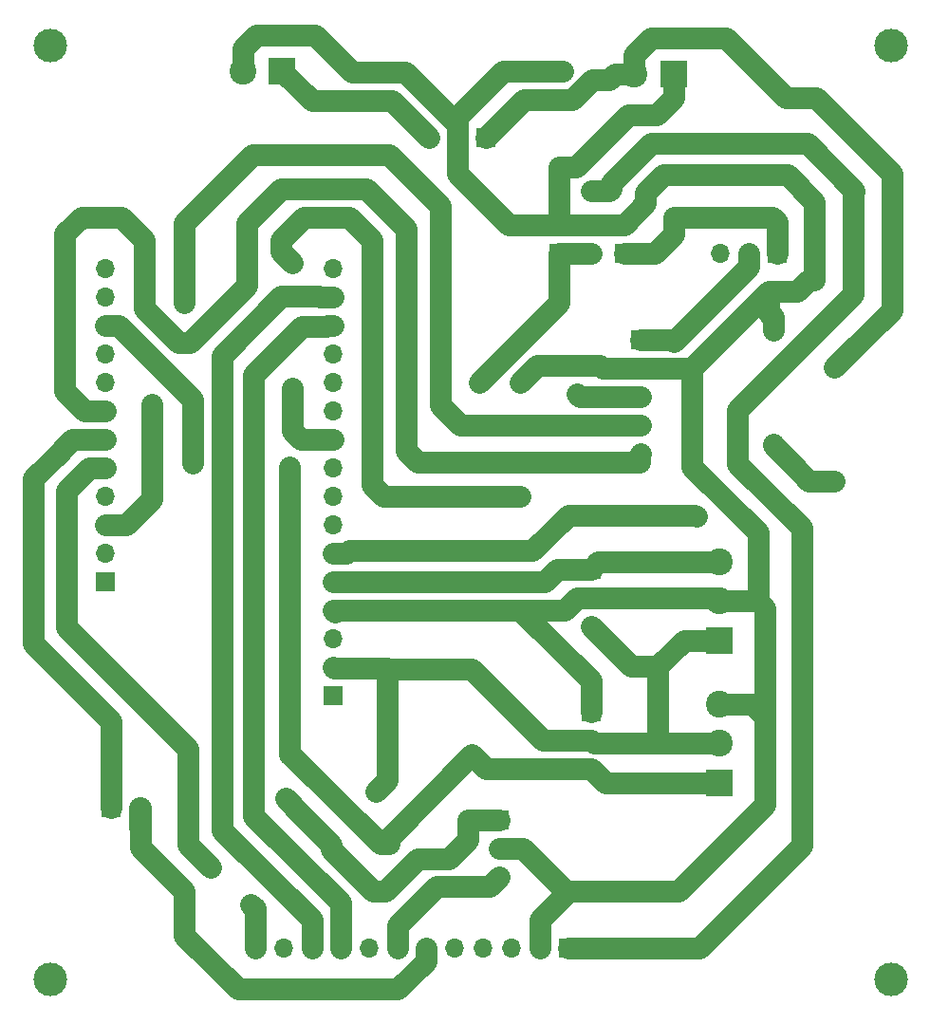
<source format=gbr>
G04 #@! TF.GenerationSoftware,KiCad,Pcbnew,5.0.2-bee76a0~70~ubuntu18.04.1*
G04 #@! TF.CreationDate,2019-07-28T23:18:03-04:00*
G04 #@! TF.ProjectId,knuth-gateway,6b6e7574-682d-4676-9174-657761792e6b,rev?*
G04 #@! TF.SameCoordinates,Original*
G04 #@! TF.FileFunction,Copper,L2,Bot*
G04 #@! TF.FilePolarity,Positive*
%FSLAX46Y46*%
G04 Gerber Fmt 4.6, Leading zero omitted, Abs format (unit mm)*
G04 Created by KiCad (PCBNEW 5.0.2-bee76a0~70~ubuntu18.04.1) date Sun 28 Jul 2019 11:18:03 PM EDT*
%MOMM*%
%LPD*%
G01*
G04 APERTURE LIST*
G04 #@! TA.AperFunction,ComponentPad*
%ADD10R,1.700000X1.700000*%
G04 #@! TD*
G04 #@! TA.AperFunction,ComponentPad*
%ADD11O,1.700000X1.700000*%
G04 #@! TD*
G04 #@! TA.AperFunction,ComponentPad*
%ADD12C,1.600000*%
G04 #@! TD*
G04 #@! TA.AperFunction,ComponentPad*
%ADD13O,1.600000X1.600000*%
G04 #@! TD*
G04 #@! TA.AperFunction,ComponentPad*
%ADD14C,2.400000*%
G04 #@! TD*
G04 #@! TA.AperFunction,ComponentPad*
%ADD15R,2.400000X2.400000*%
G04 #@! TD*
G04 #@! TA.AperFunction,ViaPad*
%ADD16C,3.000000*%
G04 #@! TD*
G04 #@! TA.AperFunction,ViaPad*
%ADD17C,1.778000*%
G04 #@! TD*
G04 #@! TA.AperFunction,Conductor*
%ADD18C,1.905000*%
G04 #@! TD*
G04 APERTURE END LIST*
D10*
G04 #@! TO.P,R_Delay1,1*
G04 #@! TO.N,GND*
X124460000Y-105156000D03*
D11*
G04 #@! TO.P,R_Delay1,2*
G04 #@! TO.N,Net-(R_Delay1-Pad2)*
X124460000Y-107696000D03*
G04 #@! TD*
D10*
G04 #@! TO.P,U4,1*
G04 #@! TO.N,SWITCHED_LOAD*
X130175000Y-102870000D03*
D11*
G04 #@! TO.P,U4,2*
G04 #@! TO.N,GND*
X130175000Y-105410000D03*
G04 #@! TO.P,U4,3*
G04 #@! TO.N,Net-(R_Delay1-Pad2)*
X130175000Y-107950000D03*
G04 #@! TO.P,U4,4*
G04 #@! TO.N,VBUS*
X130175000Y-110490000D03*
G04 #@! TO.P,U4,5*
G04 #@! TO.N,D10*
X130175000Y-113030000D03*
G04 #@! TD*
G04 #@! TO.P,1-Wire1,3*
G04 #@! TO.N,D5*
X125730000Y-141097000D03*
G04 #@! TO.P,1-Wire1,2*
G04 #@! TO.N,+3V3*
X125730000Y-138557000D03*
D10*
G04 #@! TO.P,1-Wire1,1*
G04 #@! TO.N,GND*
X125730000Y-136017000D03*
G04 #@! TD*
G04 #@! TO.P,EC-5,1*
G04 #@! TO.N,A0*
X125730000Y-123317000D03*
D11*
G04 #@! TO.P,EC-5,2*
G04 #@! TO.N,GND*
X125730000Y-125857000D03*
G04 #@! TO.P,EC-5,3*
G04 #@! TO.N,+3V3*
X125730000Y-128397000D03*
G04 #@! TD*
D10*
G04 #@! TO.P,J1,1*
G04 #@! TO.N,N/C*
X82423000Y-124460000D03*
D11*
G04 #@! TO.P,J1,2*
X82423000Y-121920000D03*
G04 #@! TO.P,J1,3*
G04 #@! TO.N,VBUS*
X82423000Y-119380000D03*
G04 #@! TO.P,J1,4*
G04 #@! TO.N,N/C*
X82423000Y-116840000D03*
G04 #@! TO.P,J1,5*
G04 #@! TO.N,D12*
X82423000Y-114300000D03*
G04 #@! TO.P,J1,6*
G04 #@! TO.N,D11*
X82423000Y-111760000D03*
G04 #@! TO.P,J1,7*
G04 #@! TO.N,D10*
X82423000Y-109220000D03*
G04 #@! TO.P,J1,8*
G04 #@! TO.N,N/C*
X82423000Y-106680000D03*
G04 #@! TO.P,J1,9*
X82423000Y-104140000D03*
G04 #@! TO.P,J1,10*
G04 #@! TO.N,D5*
X82423000Y-101600000D03*
G04 #@! TO.P,J1,11*
G04 #@! TO.N,N/C*
X82423000Y-99060000D03*
G04 #@! TO.P,J1,12*
X82423000Y-96520000D03*
G04 #@! TD*
D10*
G04 #@! TO.P,J2,1*
G04 #@! TO.N,N/C*
X102743000Y-134620000D03*
D11*
G04 #@! TO.P,J2,2*
G04 #@! TO.N,+3V3*
X102743000Y-132080000D03*
G04 #@! TO.P,J2,3*
G04 #@! TO.N,N/C*
X102743000Y-129540000D03*
G04 #@! TO.P,J2,4*
G04 #@! TO.N,GND*
X102743000Y-127000000D03*
G04 #@! TO.P,J2,5*
G04 #@! TO.N,A0*
X102743000Y-124460000D03*
G04 #@! TO.P,J2,6*
G04 #@! TO.N,A1*
X102743000Y-121920000D03*
G04 #@! TO.P,J2,7*
G04 #@! TO.N,N/C*
X102743000Y-119380000D03*
G04 #@! TO.P,J2,8*
X102743000Y-116840000D03*
G04 #@! TO.P,J2,9*
X102743000Y-114300000D03*
G04 #@! TO.P,J2,10*
G04 #@! TO.N,A5*
X102743000Y-111760000D03*
G04 #@! TO.P,J2,11*
G04 #@! TO.N,N/C*
X102743000Y-109220000D03*
G04 #@! TO.P,J2,12*
X102743000Y-106680000D03*
G04 #@! TO.P,J2,13*
X102743000Y-104140000D03*
G04 #@! TO.P,J2,14*
G04 #@! TO.N,FEATHER_RX*
X102743000Y-101600000D03*
G04 #@! TO.P,J2,15*
G04 #@! TO.N,FEATHER_TX*
X102743000Y-99060000D03*
G04 #@! TO.P,J2,16*
G04 #@! TO.N,N/C*
X102743000Y-96520000D03*
G04 #@! TD*
D12*
G04 #@! TO.P,RP1,1*
G04 #@! TO.N,D5*
X115125500Y-139890500D03*
D13*
G04 #@! TO.P,RP1,2*
G04 #@! TO.N,+3V3*
X115125500Y-132270500D03*
G04 #@! TD*
D11*
G04 #@! TO.P,J3,2*
G04 #@! TO.N,GND*
X122872500Y-92583000D03*
D10*
G04 #@! TO.P,J3,1*
G04 #@! TO.N,BATT*
X122872500Y-95123000D03*
G04 #@! TD*
G04 #@! TO.P,J4,1*
G04 #@! TO.N,LOAD*
X128714500Y-95123000D03*
D11*
G04 #@! TO.P,J4,2*
G04 #@! TO.N,GND*
X128714500Y-92583000D03*
G04 #@! TD*
G04 #@! TO.P,J5,3*
G04 #@! TO.N,N/C*
X137287000Y-95123000D03*
G04 #@! TO.P,J5,2*
G04 #@! TO.N,SWITCHED_LOAD*
X139827000Y-95123000D03*
D10*
G04 #@! TO.P,J5,1*
G04 #@! TO.N,LOAD*
X142367000Y-95123000D03*
G04 #@! TD*
G04 #@! TO.P,J6,1*
G04 #@! TO.N,D12*
X117538500Y-145732500D03*
D11*
G04 #@! TO.P,J6,2*
G04 #@! TO.N,GND*
X117538500Y-148272500D03*
G04 #@! TO.P,J6,3*
G04 #@! TO.N,KEY*
X117538500Y-150812500D03*
G04 #@! TD*
D10*
G04 #@! TO.P,J7,1*
G04 #@! TO.N,D11*
X82931000Y-144589500D03*
D11*
G04 #@! TO.P,J7,2*
G04 #@! TO.N,PS*
X85471000Y-144589500D03*
G04 #@! TD*
D14*
G04 #@! TO.P,J8,3*
G04 #@! TO.N,GND*
X137160000Y-135367000D03*
G04 #@! TO.P,J8,2*
G04 #@! TO.N,+3V3*
X137160000Y-138867000D03*
D15*
G04 #@! TO.P,J8,1*
G04 #@! TO.N,D5*
X137160000Y-142367000D03*
G04 #@! TD*
G04 #@! TO.P,J9,1*
G04 #@! TO.N,+3V3*
X137160000Y-129667000D03*
D14*
G04 #@! TO.P,J9,2*
G04 #@! TO.N,GND*
X137160000Y-126167000D03*
G04 #@! TO.P,J9,3*
G04 #@! TO.N,A0*
X137160000Y-122667000D03*
G04 #@! TD*
D10*
G04 #@! TO.P,U1,1*
G04 #@! TO.N,BATT*
X123698000Y-157099000D03*
D11*
G04 #@! TO.P,U1,2*
G04 #@! TO.N,GND*
X121158000Y-157099000D03*
G04 #@! TO.P,U1,3*
G04 #@! TO.N,N/C*
X118618000Y-157099000D03*
G04 #@! TO.P,U1,4*
X116078000Y-157099000D03*
G04 #@! TO.P,U1,5*
X113538000Y-157099000D03*
G04 #@! TO.P,U1,6*
G04 #@! TO.N,PS*
X110998000Y-157099000D03*
G04 #@! TO.P,U1,7*
G04 #@! TO.N,KEY*
X108458000Y-157099000D03*
G04 #@! TO.P,U1,8*
G04 #@! TO.N,N/C*
X105918000Y-157099000D03*
G04 #@! TO.P,U1,9*
G04 #@! TO.N,FEATHER_RX*
X103378000Y-157099000D03*
G04 #@! TO.P,U1,10*
G04 #@! TO.N,FEATHER_TX*
X100838000Y-157099000D03*
G04 #@! TO.P,U1,11*
G04 #@! TO.N,N/C*
X98298000Y-157099000D03*
G04 #@! TO.P,U1,12*
G04 #@! TO.N,+3V3*
X95758000Y-157099000D03*
G04 #@! TD*
D12*
G04 #@! TO.P,RD1,1*
G04 #@! TO.N,BATT*
X115760500Y-106680000D03*
D13*
G04 #@! TO.P,RD1,2*
G04 #@! TO.N,A5*
X115760500Y-116840000D03*
G04 #@! TD*
G04 #@! TO.P,RD2,2*
G04 #@! TO.N,GND*
X119443500Y-106680000D03*
D12*
G04 #@! TO.P,RD2,1*
G04 #@! TO.N,A5*
X119443500Y-116840000D03*
G04 #@! TD*
D10*
G04 #@! TO.P,J11,1*
G04 #@! TO.N,5V_OUT*
X104394000Y-81534000D03*
D11*
G04 #@! TO.P,J11,2*
G04 #@! TO.N,GND*
X104394000Y-78994000D03*
G04 #@! TD*
G04 #@! TO.P,J12,2*
G04 #@! TO.N,GND*
X123190000Y-78867000D03*
D10*
G04 #@! TO.P,J12,1*
G04 #@! TO.N,EXT_BAT*
X123190000Y-81407000D03*
G04 #@! TD*
D14*
G04 #@! TO.P,alligator1,2*
G04 #@! TO.N,EXT_BAT*
X129596000Y-79121000D03*
D15*
G04 #@! TO.P,alligator1,1*
G04 #@! TO.N,GND*
X133096000Y-79121000D03*
G04 #@! TD*
G04 #@! TO.P,dc_jack1,1*
G04 #@! TO.N,5V_OUT*
X98171000Y-78867000D03*
D14*
G04 #@! TO.P,dc_jack1,2*
G04 #@! TO.N,GND*
X94671000Y-78867000D03*
G04 #@! TD*
D10*
G04 #@! TO.P,vlx1,1*
G04 #@! TO.N,EXT_BAT*
X116332000Y-84836000D03*
D11*
G04 #@! TO.P,vlx1,2*
G04 #@! TO.N,GND*
X113792000Y-84836000D03*
G04 #@! TO.P,vlx1,3*
G04 #@! TO.N,5V_OUT*
X111252000Y-84836000D03*
G04 #@! TD*
D13*
G04 #@! TO.P,RE1,2*
G04 #@! TO.N,A1*
X147447000Y-115443000D03*
D12*
G04 #@! TO.P,RE1,1*
G04 #@! TO.N,EXT_BAT*
X147447000Y-105283000D03*
G04 #@! TD*
G04 #@! TO.P,RE2,1*
G04 #@! TO.N,A1*
X141986000Y-112141000D03*
D13*
G04 #@! TO.P,RE2,2*
G04 #@! TO.N,GND*
X141986000Y-101981000D03*
G04 #@! TD*
D16*
G04 #@! TO.N,*
X77470000Y-76602000D03*
X152527000Y-76602000D03*
X152527000Y-159914000D03*
X77470000Y-159914000D03*
D17*
G04 #@! TO.N,+3V3*
X95377000Y-153225500D03*
X106553000Y-143192500D03*
G04 #@! TO.N,D5*
X98869500Y-114236500D03*
X90233500Y-113855500D03*
G04 #@! TO.N,A5*
X99060000Y-107188000D03*
X99060000Y-96012000D03*
G04 #@! TO.N,VBUS*
X86550500Y-108585000D03*
X89408000Y-99568000D03*
G04 #@! TO.N,D12*
X91821000Y-149923500D03*
X98488500Y-143764000D03*
G04 #@! TO.N,BATT*
X125730000Y-95123000D03*
X125730000Y-89535000D03*
G04 #@! TO.N,A1*
X135128000Y-118618000D03*
X143764000Y-114046000D03*
G04 #@! TD*
D18*
G04 #@! TO.N,GND*
X102870000Y-127127000D02*
X102743000Y-127000000D01*
X130619500Y-89725500D02*
X132207000Y-88138000D01*
X132207000Y-88138000D02*
X143256000Y-88138000D01*
X144472010Y-89354010D02*
X144472010Y-89417510D01*
X143256000Y-88138000D02*
X144472010Y-89354010D01*
X144472010Y-89417510D02*
X145669000Y-90614500D01*
X137160000Y-135367000D02*
X140193000Y-135367000D01*
X140193000Y-135367000D02*
X141287500Y-136461500D01*
X121158000Y-154622500D02*
X121158000Y-157099000D01*
X123698000Y-152082500D02*
X121158000Y-154622500D01*
X123698000Y-152082500D02*
X123507500Y-152082500D01*
X119697500Y-148272500D02*
X117538500Y-148272500D01*
X123507500Y-152082500D02*
X119697500Y-148272500D01*
X136850000Y-125857000D02*
X137160000Y-126167000D01*
X125730000Y-125857000D02*
X136850000Y-125857000D01*
X124527919Y-125857000D02*
X123448419Y-126936500D01*
X125730000Y-125857000D02*
X124527919Y-125857000D01*
X123448419Y-126936500D02*
X123444000Y-126936500D01*
X123444000Y-126936500D02*
X123380500Y-127000000D01*
X119507000Y-127039000D02*
X119507000Y-127000000D01*
X125730000Y-133262000D02*
X119507000Y-127039000D01*
X125730000Y-136017000D02*
X125730000Y-133262000D01*
X123380500Y-127000000D02*
X119507000Y-127000000D01*
X119507000Y-127000000D02*
X102743000Y-127000000D01*
X141287500Y-126802000D02*
X140652500Y-126167000D01*
X141287500Y-136461500D02*
X141287500Y-126802000D01*
X140652500Y-126167000D02*
X137160000Y-126167000D01*
X133540500Y-152082500D02*
X131919002Y-152082500D01*
X131919002Y-152082500D02*
X123698000Y-152082500D01*
X141287500Y-136461500D02*
X141287500Y-144335500D01*
X141287500Y-144335500D02*
X133540500Y-152082500D01*
X130619500Y-90678000D02*
X128714500Y-92583000D01*
X130619500Y-89725500D02*
X130619500Y-90678000D01*
X128714500Y-92583000D02*
X127127000Y-92583000D01*
X124074581Y-92583000D02*
X127127000Y-92583000D01*
X122872500Y-92583000D02*
X124074581Y-92583000D01*
X130175000Y-105410000D02*
X126746000Y-105410000D01*
X126492000Y-105156000D02*
X124460000Y-105156000D01*
X126746000Y-105410000D02*
X126492000Y-105156000D01*
X120967500Y-105156000D02*
X119443500Y-106680000D01*
X124460000Y-105156000D02*
X120967500Y-105156000D01*
X121670419Y-92583000D02*
X122872500Y-92583000D01*
X118364000Y-92583000D02*
X121670419Y-92583000D01*
X113792000Y-84836000D02*
X113792000Y-88011000D01*
X113792000Y-88011000D02*
X118364000Y-92583000D01*
X113792000Y-84836000D02*
X113792000Y-83633919D01*
X145669000Y-90614500D02*
X145669000Y-97536000D01*
X140652500Y-126167000D02*
X140652500Y-120078500D01*
X134747000Y-114173000D02*
X134747000Y-105410000D01*
X140652500Y-120078500D02*
X134747000Y-114173000D01*
X134747000Y-105410000D02*
X130175000Y-105410000D01*
X145669000Y-97536000D02*
X145161000Y-97536000D01*
X145161000Y-97536000D02*
X144145000Y-98552000D01*
X141605000Y-98552000D02*
X134747000Y-105410000D01*
X144145000Y-98552000D02*
X141605000Y-98552000D01*
X141986000Y-100849630D02*
X141605000Y-100468630D01*
X141605000Y-100468630D02*
X141605000Y-98552000D01*
X141986000Y-101981000D02*
X141986000Y-100849630D01*
X123190000Y-78867000D02*
X117856000Y-78867000D01*
X113792000Y-82931000D02*
X113792000Y-83633919D01*
X117856000Y-78867000D02*
X113792000Y-82931000D01*
X109152081Y-78994000D02*
X104394000Y-78994000D01*
X113792000Y-83633919D02*
X109152081Y-78994000D01*
X101092000Y-75692000D02*
X104394000Y-78994000D01*
X95885000Y-75692000D02*
X101092000Y-75692000D01*
X94671000Y-78867000D02*
X94671000Y-76906000D01*
X94671000Y-76906000D02*
X95885000Y-75692000D01*
X122872500Y-87439500D02*
X122872500Y-92583000D01*
X124396500Y-87439500D02*
X122872500Y-87439500D01*
X129032000Y-82804000D02*
X124396500Y-87439500D01*
X133096000Y-79121000D02*
X133096000Y-81280000D01*
X131572000Y-82804000D02*
X129032000Y-82804000D01*
X133096000Y-81280000D02*
X131572000Y-82804000D01*
G04 #@! TO.N,Net-(R_Delay1-Pad2)*
X124714000Y-107950000D02*
X124460000Y-107696000D01*
X130175000Y-107950000D02*
X124714000Y-107950000D01*
G04 #@! TO.N,+3V3*
X102806500Y-132143500D02*
X102743000Y-132080000D01*
X126040000Y-138867000D02*
X125730000Y-138557000D01*
X124527919Y-138557000D02*
X124464419Y-138620500D01*
X125730000Y-138557000D02*
X124527919Y-138557000D01*
X124464419Y-138620500D02*
X123253500Y-138620500D01*
X95758000Y-157099000D02*
X95758000Y-153606500D01*
X95758000Y-153606500D02*
X95377000Y-153225500D01*
X131699000Y-138867000D02*
X126040000Y-138867000D01*
X137160000Y-138867000D02*
X131699000Y-138867000D01*
X134055000Y-129667000D02*
X137160000Y-129667000D01*
X131699000Y-132023000D02*
X134055000Y-129667000D01*
X131699000Y-138867000D02*
X131699000Y-132023000D01*
X129356000Y-132023000D02*
X125730000Y-128397000D01*
X131699000Y-132023000D02*
X129356000Y-132023000D01*
X107569000Y-142176500D02*
X106553000Y-143192500D01*
X107569000Y-132143500D02*
X107569000Y-142176500D01*
X107569000Y-132143500D02*
X102806500Y-132143500D01*
X107696000Y-132270500D02*
X115125500Y-132270500D01*
X107569000Y-132143500D02*
X107696000Y-132270500D01*
X121475500Y-138620500D02*
X115125500Y-132270500D01*
X124464419Y-138620500D02*
X121475500Y-138620500D01*
G04 #@! TO.N,D5*
X127000000Y-142367000D02*
X125730000Y-141097000D01*
X137160000Y-142367000D02*
X127000000Y-142367000D01*
X125730000Y-141097000D02*
X124527919Y-141097000D01*
X98869500Y-114236500D02*
X98869500Y-139827000D01*
X98869500Y-139827000D02*
X98933000Y-139827000D01*
X98933000Y-139827000D02*
X106934000Y-147828000D01*
X106934000Y-147828000D02*
X107696000Y-147828000D01*
X116332000Y-141097000D02*
X115125500Y-139890500D01*
X125730000Y-141097000D02*
X116332000Y-141097000D01*
X106934000Y-147828000D02*
X107632500Y-147828000D01*
X107632500Y-147383500D02*
X115125500Y-139890500D01*
X107632500Y-147828000D02*
X107632500Y-147383500D01*
X90233500Y-108208419D02*
X90233500Y-113855500D01*
X82423000Y-101600000D02*
X83625081Y-101600000D01*
X83625081Y-101600000D02*
X90233500Y-108208419D01*
G04 #@! TO.N,A0*
X126380000Y-122667000D02*
X125730000Y-123317000D01*
X137160000Y-122667000D02*
X126380000Y-122667000D01*
X102743000Y-124460000D02*
X121602500Y-124460000D01*
X122745500Y-123317000D02*
X125730000Y-123317000D01*
X121602500Y-124460000D02*
X122745500Y-123317000D01*
G04 #@! TO.N,D10*
X130048000Y-113157000D02*
X130175000Y-113030000D01*
X130048000Y-113792000D02*
X130048000Y-113157000D01*
X110236000Y-113792000D02*
X130048000Y-113792000D01*
X83820000Y-91948000D02*
X85852000Y-93980000D01*
X80264000Y-91948000D02*
X83820000Y-91948000D01*
X88900000Y-103124000D02*
X89916000Y-103124000D01*
X78803500Y-93408500D02*
X80264000Y-91948000D01*
X78803500Y-107442000D02*
X78803500Y-93408500D01*
X80581500Y-109220000D02*
X78803500Y-107442000D01*
X89916000Y-103124000D02*
X94996000Y-98044000D01*
X98044000Y-89408000D02*
X105664000Y-89408000D01*
X82423000Y-109220000D02*
X80581500Y-109220000D01*
X85852000Y-93980000D02*
X85852000Y-100076000D01*
X85852000Y-100076000D02*
X88900000Y-103124000D01*
X94996000Y-98044000D02*
X94996000Y-92456000D01*
X105664000Y-89408000D02*
X109220000Y-92964000D01*
X94996000Y-92456000D02*
X98044000Y-89408000D01*
X109220000Y-92964000D02*
X109220000Y-112776000D01*
X109220000Y-112776000D02*
X110236000Y-113792000D01*
G04 #@! TO.N,A5*
X102743000Y-111760000D02*
X99885500Y-111760000D01*
X99885500Y-111760000D02*
X99123500Y-110998000D01*
X99123500Y-110998000D02*
X99123500Y-107251500D01*
X99123500Y-107251500D02*
X99060000Y-107188000D01*
X119443500Y-116840000D02*
X115760500Y-116840000D01*
X98044000Y-93980000D02*
X98044000Y-94996000D01*
X107188000Y-116840000D02*
X106172000Y-115824000D01*
X106172000Y-93980000D02*
X104140000Y-91948000D01*
X100076000Y-91948000D02*
X98044000Y-93980000D01*
X115760500Y-116840000D02*
X107188000Y-116840000D01*
X104140000Y-91948000D02*
X100076000Y-91948000D01*
X98044000Y-94996000D02*
X99060000Y-96012000D01*
X106172000Y-115824000D02*
X106172000Y-93980000D01*
G04 #@! TO.N,VBUS*
X82423000Y-119380000D02*
X84264500Y-119380000D01*
X84264500Y-119380000D02*
X86550500Y-117094000D01*
X86550500Y-117094000D02*
X86550500Y-108585000D01*
X130175000Y-110490000D02*
X122682000Y-110490000D01*
X122682000Y-110490000D02*
X115062000Y-110490000D01*
X115062000Y-110490000D02*
X114046000Y-110490000D01*
X114046000Y-110490000D02*
X112268000Y-108712000D01*
X112268000Y-108712000D02*
X112268000Y-90932000D01*
X112268000Y-90932000D02*
X107696000Y-86360000D01*
X107696000Y-86360000D02*
X96012000Y-86360000D01*
X96012000Y-86360000D02*
X95504000Y-86360000D01*
X95504000Y-86360000D02*
X89408000Y-92456000D01*
X89408000Y-92456000D02*
X89408000Y-99568000D01*
G04 #@! TO.N,D12*
X102552500Y-147891500D02*
X99187000Y-144526000D01*
X99187000Y-144462500D02*
X98488500Y-143764000D01*
X99187000Y-144526000D02*
X99187000Y-144462500D01*
X114783500Y-145732500D02*
X114744500Y-145771500D01*
X117538500Y-145732500D02*
X114783500Y-145732500D01*
X114744500Y-145771500D02*
X114744500Y-147447000D01*
X114744500Y-147447000D02*
X113030000Y-149161500D01*
X113030000Y-149161500D02*
X110299500Y-149161500D01*
X110299500Y-149161500D02*
X107378500Y-152082500D01*
X107378500Y-152082500D02*
X106299000Y-152082500D01*
X102552500Y-148336000D02*
X102552500Y-147891500D01*
X106299000Y-152082500D02*
X102552500Y-148336000D01*
X89789000Y-139382500D02*
X89789000Y-147891500D01*
X78930500Y-128524000D02*
X89789000Y-139382500D01*
X78930500Y-116332000D02*
X78930500Y-128524000D01*
X89789000Y-147891500D02*
X91821000Y-149923500D01*
X82423000Y-114300000D02*
X80962500Y-114300000D01*
X80962500Y-114300000D02*
X78930500Y-116332000D01*
G04 #@! TO.N,D11*
X79438500Y-111760000D02*
X82423000Y-111760000D01*
X78486000Y-112712500D02*
X79438500Y-111760000D01*
X78486000Y-112712500D02*
X78486000Y-112776000D01*
X75946000Y-129921000D02*
X75946000Y-115316000D01*
X82931000Y-136906000D02*
X75946000Y-129921000D01*
X75946000Y-115316000D02*
X76009500Y-115252500D01*
X78486000Y-112776000D02*
X76009500Y-115252500D01*
X82931000Y-144589500D02*
X82931000Y-136906000D01*
G04 #@! TO.N,FEATHER_RX*
X103378000Y-155896919D02*
X103378000Y-157099000D01*
X103378000Y-153098500D02*
X103378000Y-157099000D01*
X102235000Y-101600000D02*
X102171500Y-101663500D01*
X102743000Y-101600000D02*
X102235000Y-101600000D01*
X95631000Y-145351500D02*
X103378000Y-153098500D01*
X99949000Y-101663500D02*
X95631000Y-105981500D01*
X102171500Y-101663500D02*
X99949000Y-101663500D01*
X95631000Y-105981500D02*
X95631000Y-145351500D01*
G04 #@! TO.N,FEATHER_TX*
X100838000Y-154622500D02*
X100838000Y-157099000D01*
X101540919Y-99060000D02*
X101477419Y-98996500D01*
X102743000Y-99060000D02*
X101540919Y-99060000D01*
X101477419Y-98996500D02*
X98107500Y-98996500D01*
X98107500Y-98996500D02*
X92837000Y-104267000D01*
X92837000Y-104267000D02*
X92837000Y-146621500D01*
X92837000Y-146621500D02*
X100838000Y-154622500D01*
G04 #@! TO.N,BATT*
X124841000Y-157099000D02*
X126453000Y-157099000D01*
X123698000Y-157099000D02*
X124841000Y-157099000D01*
X122872500Y-95123000D02*
X125730000Y-95123000D01*
X122872500Y-99568000D02*
X115760500Y-106680000D01*
X122872500Y-95123000D02*
X122872500Y-99568000D01*
X127381000Y-89535000D02*
X125730000Y-89535000D01*
X127508000Y-89408000D02*
X127381000Y-89535000D01*
X145034000Y-85344000D02*
X131064000Y-85344000D01*
X149225000Y-89535000D02*
X145034000Y-85344000D01*
X149225000Y-89662000D02*
X149225000Y-89535000D01*
X127508000Y-88900000D02*
X127508000Y-89408000D01*
X149098000Y-89789000D02*
X149225000Y-89662000D01*
X149098000Y-98806000D02*
X149098000Y-89789000D01*
X135445500Y-157099000D02*
X144526000Y-148018500D01*
X131064000Y-85344000D02*
X127508000Y-88900000D01*
X144526000Y-148018500D02*
X144526000Y-119634000D01*
X144526000Y-119634000D02*
X138811000Y-113919000D01*
X124841000Y-157099000D02*
X135445500Y-157099000D01*
X138811000Y-113919000D02*
X138811000Y-109093000D01*
X138811000Y-109093000D02*
X149098000Y-98806000D01*
G04 #@! TO.N,LOAD*
X133159500Y-93433000D02*
X131469500Y-95123000D01*
X131469500Y-95123000D02*
X128714500Y-95123000D01*
X142367000Y-95123000D02*
X142367000Y-92368000D01*
X142367000Y-92368000D02*
X141947000Y-91948000D01*
X141947000Y-91948000D02*
X133159500Y-91948000D01*
X133159500Y-91948000D02*
X133159500Y-93433000D01*
G04 #@! TO.N,SWITCHED_LOAD*
X133028081Y-102870000D02*
X130175000Y-102870000D01*
X133155081Y-102997000D02*
X133028081Y-102870000D01*
X139827000Y-96325081D02*
X133155081Y-102997000D01*
X139827000Y-95123000D02*
X139827000Y-96325081D01*
G04 #@! TO.N,KEY*
X116688501Y-151662499D02*
X111926001Y-151662499D01*
X117538500Y-150812500D02*
X116688501Y-151662499D01*
X108458000Y-155130500D02*
X108458000Y-157099000D01*
X111926001Y-151662499D02*
X108458000Y-155130500D01*
G04 #@! TO.N,PS*
X110998000Y-158301081D02*
X108517081Y-160782000D01*
X110998000Y-157099000D02*
X110998000Y-158301081D01*
X108517081Y-160782000D02*
X94234000Y-160782000D01*
X94234000Y-160782000D02*
X89471500Y-156019500D01*
X89471500Y-156019500D02*
X89471500Y-152082500D01*
X89471500Y-152082500D02*
X85534500Y-148145500D01*
X85471000Y-146367500D02*
X85471000Y-144589500D01*
X85534500Y-146431000D02*
X85471000Y-146367500D01*
X85534500Y-146431000D02*
X85534500Y-144589500D01*
X85534500Y-148145500D02*
X85534500Y-146431000D01*
G04 #@! TO.N,A1*
X103945081Y-121920000D02*
X104199081Y-121666000D01*
X102743000Y-121920000D02*
X103945081Y-121920000D01*
X104199081Y-121666000D02*
X120523000Y-121666000D01*
X120523000Y-121666000D02*
X123698000Y-118491000D01*
X123698000Y-118491000D02*
X130937000Y-118491000D01*
X130937000Y-118491000D02*
X135001000Y-118491000D01*
X135001000Y-118491000D02*
X135128000Y-118618000D01*
X141986000Y-112268000D02*
X143764000Y-114046000D01*
X141986000Y-112141000D02*
X141986000Y-112268000D01*
X145161000Y-115443000D02*
X143764000Y-114046000D01*
X147447000Y-115443000D02*
X145161000Y-115443000D01*
G04 #@! TO.N,5V_OUT*
X107950000Y-81534000D02*
X104394000Y-81534000D01*
X111252000Y-84836000D02*
X107950000Y-81534000D01*
X100838000Y-81534000D02*
X98171000Y-78867000D01*
X104394000Y-81534000D02*
X100838000Y-81534000D01*
G04 #@! TO.N,EXT_BAT*
X152564999Y-88048999D02*
X145796000Y-81280000D01*
X152564999Y-100203000D02*
X152564999Y-88048999D01*
X148284998Y-104483001D02*
X152564999Y-100203000D01*
X147447000Y-105283000D02*
X148246999Y-104483001D01*
X148246999Y-104483001D02*
X148284998Y-104483001D01*
X119761000Y-81407000D02*
X116332000Y-84836000D01*
X123190000Y-81407000D02*
X119761000Y-81407000D01*
X127898944Y-79121000D02*
X127390944Y-79629000D01*
X129596000Y-79121000D02*
X127898944Y-79121000D01*
X127390944Y-79629000D02*
X125857000Y-79629000D01*
X124079000Y-81407000D02*
X123190000Y-81407000D01*
X125857000Y-79629000D02*
X124079000Y-81407000D01*
X129596000Y-77423944D02*
X131073944Y-75946000D01*
X129596000Y-79121000D02*
X129596000Y-77423944D01*
X131073944Y-75946000D02*
X137795000Y-75946000D01*
X143129000Y-81280000D02*
X145796000Y-81280000D01*
X137795000Y-75946000D02*
X143129000Y-81280000D01*
G04 #@! TD*
M02*

</source>
